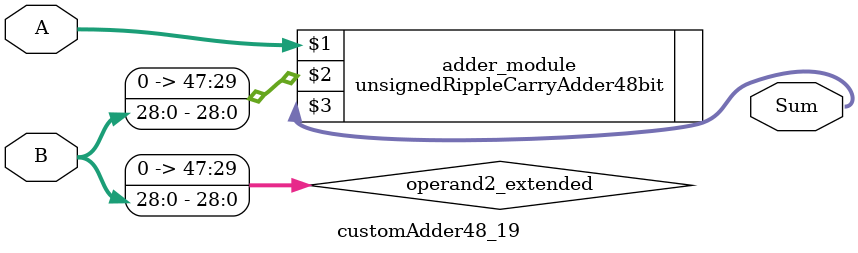
<source format=v>
module customAdder48_19(
                        input [47 : 0] A,
                        input [28 : 0] B,
                        
                        output [48 : 0] Sum
                );

        wire [47 : 0] operand2_extended;
        
        assign operand2_extended =  {19'b0, B};
        
        unsignedRippleCarryAdder48bit adder_module(
            A,
            operand2_extended,
            Sum
        );
        
        endmodule
        
</source>
